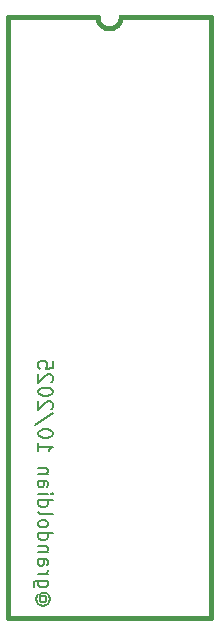
<source format=gbr>
%TF.GenerationSoftware,KiCad,Pcbnew,9.0.3*%
%TF.CreationDate,2025-10-30T22:20:45+00:00*%
%TF.ProjectId,TMSAdapterTC01,544d5341-6461-4707-9465-72544330312e,rev?*%
%TF.SameCoordinates,Original*%
%TF.FileFunction,Legend,Bot*%
%TF.FilePolarity,Positive*%
%FSLAX46Y46*%
G04 Gerber Fmt 4.6, Leading zero omitted, Abs format (unit mm)*
G04 Created by KiCad (PCBNEW 9.0.3) date 2025-10-30 22:20:45*
%MOMM*%
%LPD*%
G01*
G04 APERTURE LIST*
%ADD10C,0.200000*%
%ADD11C,0.400000*%
G04 APERTURE END LIST*
D10*
X47278685Y-91129850D02*
X47335828Y-91186993D01*
X47335828Y-91186993D02*
X47392971Y-91301279D01*
X47392971Y-91301279D02*
X47392971Y-91415564D01*
X47392971Y-91415564D02*
X47335828Y-91529850D01*
X47335828Y-91529850D02*
X47278685Y-91586993D01*
X47278685Y-91586993D02*
X47164400Y-91644136D01*
X47164400Y-91644136D02*
X47050114Y-91644136D01*
X47050114Y-91644136D02*
X46935828Y-91586993D01*
X46935828Y-91586993D02*
X46878685Y-91529850D01*
X46878685Y-91529850D02*
X46821542Y-91415564D01*
X46821542Y-91415564D02*
X46821542Y-91301279D01*
X46821542Y-91301279D02*
X46878685Y-91186993D01*
X46878685Y-91186993D02*
X46935828Y-91129850D01*
X47392971Y-91129850D02*
X46935828Y-91129850D01*
X46935828Y-91129850D02*
X46878685Y-91072707D01*
X46878685Y-91072707D02*
X46878685Y-91015564D01*
X46878685Y-91015564D02*
X46935828Y-90901279D01*
X46935828Y-90901279D02*
X47050114Y-90844136D01*
X47050114Y-90844136D02*
X47335828Y-90844136D01*
X47335828Y-90844136D02*
X47507257Y-90958422D01*
X47507257Y-90958422D02*
X47621542Y-91129850D01*
X47621542Y-91129850D02*
X47678685Y-91358422D01*
X47678685Y-91358422D02*
X47621542Y-91586993D01*
X47621542Y-91586993D02*
X47507257Y-91758422D01*
X47507257Y-91758422D02*
X47335828Y-91872707D01*
X47335828Y-91872707D02*
X47107257Y-91929850D01*
X47107257Y-91929850D02*
X46878685Y-91872707D01*
X46878685Y-91872707D02*
X46707257Y-91758422D01*
X46707257Y-91758422D02*
X46592971Y-91586993D01*
X46592971Y-91586993D02*
X46535828Y-91358422D01*
X46535828Y-91358422D02*
X46592971Y-91129850D01*
X46592971Y-91129850D02*
X46707257Y-90958422D01*
X47507257Y-89815565D02*
X46535828Y-89815565D01*
X46535828Y-89815565D02*
X46421542Y-89872707D01*
X46421542Y-89872707D02*
X46364400Y-89929850D01*
X46364400Y-89929850D02*
X46307257Y-90044136D01*
X46307257Y-90044136D02*
X46307257Y-90215565D01*
X46307257Y-90215565D02*
X46364400Y-90329850D01*
X46764400Y-89815565D02*
X46707257Y-89929850D01*
X46707257Y-89929850D02*
X46707257Y-90158422D01*
X46707257Y-90158422D02*
X46764400Y-90272707D01*
X46764400Y-90272707D02*
X46821542Y-90329850D01*
X46821542Y-90329850D02*
X46935828Y-90386993D01*
X46935828Y-90386993D02*
X47278685Y-90386993D01*
X47278685Y-90386993D02*
X47392971Y-90329850D01*
X47392971Y-90329850D02*
X47450114Y-90272707D01*
X47450114Y-90272707D02*
X47507257Y-90158422D01*
X47507257Y-90158422D02*
X47507257Y-89929850D01*
X47507257Y-89929850D02*
X47450114Y-89815565D01*
X46707257Y-89244136D02*
X47507257Y-89244136D01*
X47278685Y-89244136D02*
X47392971Y-89186993D01*
X47392971Y-89186993D02*
X47450114Y-89129851D01*
X47450114Y-89129851D02*
X47507257Y-89015565D01*
X47507257Y-89015565D02*
X47507257Y-88901279D01*
X46707257Y-87986994D02*
X47335828Y-87986994D01*
X47335828Y-87986994D02*
X47450114Y-88044136D01*
X47450114Y-88044136D02*
X47507257Y-88158422D01*
X47507257Y-88158422D02*
X47507257Y-88386994D01*
X47507257Y-88386994D02*
X47450114Y-88501279D01*
X46764400Y-87986994D02*
X46707257Y-88101279D01*
X46707257Y-88101279D02*
X46707257Y-88386994D01*
X46707257Y-88386994D02*
X46764400Y-88501279D01*
X46764400Y-88501279D02*
X46878685Y-88558422D01*
X46878685Y-88558422D02*
X46992971Y-88558422D01*
X46992971Y-88558422D02*
X47107257Y-88501279D01*
X47107257Y-88501279D02*
X47164400Y-88386994D01*
X47164400Y-88386994D02*
X47164400Y-88101279D01*
X47164400Y-88101279D02*
X47221542Y-87986994D01*
X47507257Y-87415565D02*
X46707257Y-87415565D01*
X47392971Y-87415565D02*
X47450114Y-87358422D01*
X47450114Y-87358422D02*
X47507257Y-87244137D01*
X47507257Y-87244137D02*
X47507257Y-87072708D01*
X47507257Y-87072708D02*
X47450114Y-86958422D01*
X47450114Y-86958422D02*
X47335828Y-86901280D01*
X47335828Y-86901280D02*
X46707257Y-86901280D01*
X46707257Y-85815566D02*
X47907257Y-85815566D01*
X46764400Y-85815566D02*
X46707257Y-85929851D01*
X46707257Y-85929851D02*
X46707257Y-86158423D01*
X46707257Y-86158423D02*
X46764400Y-86272708D01*
X46764400Y-86272708D02*
X46821542Y-86329851D01*
X46821542Y-86329851D02*
X46935828Y-86386994D01*
X46935828Y-86386994D02*
X47278685Y-86386994D01*
X47278685Y-86386994D02*
X47392971Y-86329851D01*
X47392971Y-86329851D02*
X47450114Y-86272708D01*
X47450114Y-86272708D02*
X47507257Y-86158423D01*
X47507257Y-86158423D02*
X47507257Y-85929851D01*
X47507257Y-85929851D02*
X47450114Y-85815566D01*
X46707257Y-85072709D02*
X46764400Y-85186994D01*
X46764400Y-85186994D02*
X46821542Y-85244137D01*
X46821542Y-85244137D02*
X46935828Y-85301280D01*
X46935828Y-85301280D02*
X47278685Y-85301280D01*
X47278685Y-85301280D02*
X47392971Y-85244137D01*
X47392971Y-85244137D02*
X47450114Y-85186994D01*
X47450114Y-85186994D02*
X47507257Y-85072709D01*
X47507257Y-85072709D02*
X47507257Y-84901280D01*
X47507257Y-84901280D02*
X47450114Y-84786994D01*
X47450114Y-84786994D02*
X47392971Y-84729852D01*
X47392971Y-84729852D02*
X47278685Y-84672709D01*
X47278685Y-84672709D02*
X46935828Y-84672709D01*
X46935828Y-84672709D02*
X46821542Y-84729852D01*
X46821542Y-84729852D02*
X46764400Y-84786994D01*
X46764400Y-84786994D02*
X46707257Y-84901280D01*
X46707257Y-84901280D02*
X46707257Y-85072709D01*
X46707257Y-83986995D02*
X46764400Y-84101280D01*
X46764400Y-84101280D02*
X46878685Y-84158423D01*
X46878685Y-84158423D02*
X47907257Y-84158423D01*
X46707257Y-83015567D02*
X47907257Y-83015567D01*
X46764400Y-83015567D02*
X46707257Y-83129852D01*
X46707257Y-83129852D02*
X46707257Y-83358424D01*
X46707257Y-83358424D02*
X46764400Y-83472709D01*
X46764400Y-83472709D02*
X46821542Y-83529852D01*
X46821542Y-83529852D02*
X46935828Y-83586995D01*
X46935828Y-83586995D02*
X47278685Y-83586995D01*
X47278685Y-83586995D02*
X47392971Y-83529852D01*
X47392971Y-83529852D02*
X47450114Y-83472709D01*
X47450114Y-83472709D02*
X47507257Y-83358424D01*
X47507257Y-83358424D02*
X47507257Y-83129852D01*
X47507257Y-83129852D02*
X47450114Y-83015567D01*
X46707257Y-82444138D02*
X47507257Y-82444138D01*
X47907257Y-82444138D02*
X47850114Y-82501281D01*
X47850114Y-82501281D02*
X47792971Y-82444138D01*
X47792971Y-82444138D02*
X47850114Y-82386995D01*
X47850114Y-82386995D02*
X47907257Y-82444138D01*
X47907257Y-82444138D02*
X47792971Y-82444138D01*
X46707257Y-81358424D02*
X47335828Y-81358424D01*
X47335828Y-81358424D02*
X47450114Y-81415566D01*
X47450114Y-81415566D02*
X47507257Y-81529852D01*
X47507257Y-81529852D02*
X47507257Y-81758424D01*
X47507257Y-81758424D02*
X47450114Y-81872709D01*
X46764400Y-81358424D02*
X46707257Y-81472709D01*
X46707257Y-81472709D02*
X46707257Y-81758424D01*
X46707257Y-81758424D02*
X46764400Y-81872709D01*
X46764400Y-81872709D02*
X46878685Y-81929852D01*
X46878685Y-81929852D02*
X46992971Y-81929852D01*
X46992971Y-81929852D02*
X47107257Y-81872709D01*
X47107257Y-81872709D02*
X47164400Y-81758424D01*
X47164400Y-81758424D02*
X47164400Y-81472709D01*
X47164400Y-81472709D02*
X47221542Y-81358424D01*
X47507257Y-80786995D02*
X46707257Y-80786995D01*
X47392971Y-80786995D02*
X47450114Y-80729852D01*
X47450114Y-80729852D02*
X47507257Y-80615567D01*
X47507257Y-80615567D02*
X47507257Y-80444138D01*
X47507257Y-80444138D02*
X47450114Y-80329852D01*
X47450114Y-80329852D02*
X47335828Y-80272710D01*
X47335828Y-80272710D02*
X46707257Y-80272710D01*
X46707257Y-78158424D02*
X46707257Y-78844138D01*
X46707257Y-78501281D02*
X47907257Y-78501281D01*
X47907257Y-78501281D02*
X47735828Y-78615567D01*
X47735828Y-78615567D02*
X47621542Y-78729852D01*
X47621542Y-78729852D02*
X47564400Y-78844138D01*
X47907257Y-77415567D02*
X47907257Y-77301281D01*
X47907257Y-77301281D02*
X47850114Y-77186995D01*
X47850114Y-77186995D02*
X47792971Y-77129853D01*
X47792971Y-77129853D02*
X47678685Y-77072710D01*
X47678685Y-77072710D02*
X47450114Y-77015567D01*
X47450114Y-77015567D02*
X47164400Y-77015567D01*
X47164400Y-77015567D02*
X46935828Y-77072710D01*
X46935828Y-77072710D02*
X46821542Y-77129853D01*
X46821542Y-77129853D02*
X46764400Y-77186995D01*
X46764400Y-77186995D02*
X46707257Y-77301281D01*
X46707257Y-77301281D02*
X46707257Y-77415567D01*
X46707257Y-77415567D02*
X46764400Y-77529853D01*
X46764400Y-77529853D02*
X46821542Y-77586995D01*
X46821542Y-77586995D02*
X46935828Y-77644138D01*
X46935828Y-77644138D02*
X47164400Y-77701281D01*
X47164400Y-77701281D02*
X47450114Y-77701281D01*
X47450114Y-77701281D02*
X47678685Y-77644138D01*
X47678685Y-77644138D02*
X47792971Y-77586995D01*
X47792971Y-77586995D02*
X47850114Y-77529853D01*
X47850114Y-77529853D02*
X47907257Y-77415567D01*
X47964400Y-75644138D02*
X46421542Y-76672710D01*
X47792971Y-75301281D02*
X47850114Y-75244138D01*
X47850114Y-75244138D02*
X47907257Y-75129853D01*
X47907257Y-75129853D02*
X47907257Y-74844138D01*
X47907257Y-74844138D02*
X47850114Y-74729853D01*
X47850114Y-74729853D02*
X47792971Y-74672710D01*
X47792971Y-74672710D02*
X47678685Y-74615567D01*
X47678685Y-74615567D02*
X47564400Y-74615567D01*
X47564400Y-74615567D02*
X47392971Y-74672710D01*
X47392971Y-74672710D02*
X46707257Y-75358424D01*
X46707257Y-75358424D02*
X46707257Y-74615567D01*
X47907257Y-73872710D02*
X47907257Y-73758424D01*
X47907257Y-73758424D02*
X47850114Y-73644138D01*
X47850114Y-73644138D02*
X47792971Y-73586996D01*
X47792971Y-73586996D02*
X47678685Y-73529853D01*
X47678685Y-73529853D02*
X47450114Y-73472710D01*
X47450114Y-73472710D02*
X47164400Y-73472710D01*
X47164400Y-73472710D02*
X46935828Y-73529853D01*
X46935828Y-73529853D02*
X46821542Y-73586996D01*
X46821542Y-73586996D02*
X46764400Y-73644138D01*
X46764400Y-73644138D02*
X46707257Y-73758424D01*
X46707257Y-73758424D02*
X46707257Y-73872710D01*
X46707257Y-73872710D02*
X46764400Y-73986996D01*
X46764400Y-73986996D02*
X46821542Y-74044138D01*
X46821542Y-74044138D02*
X46935828Y-74101281D01*
X46935828Y-74101281D02*
X47164400Y-74158424D01*
X47164400Y-74158424D02*
X47450114Y-74158424D01*
X47450114Y-74158424D02*
X47678685Y-74101281D01*
X47678685Y-74101281D02*
X47792971Y-74044138D01*
X47792971Y-74044138D02*
X47850114Y-73986996D01*
X47850114Y-73986996D02*
X47907257Y-73872710D01*
X47792971Y-73015567D02*
X47850114Y-72958424D01*
X47850114Y-72958424D02*
X47907257Y-72844139D01*
X47907257Y-72844139D02*
X47907257Y-72558424D01*
X47907257Y-72558424D02*
X47850114Y-72444139D01*
X47850114Y-72444139D02*
X47792971Y-72386996D01*
X47792971Y-72386996D02*
X47678685Y-72329853D01*
X47678685Y-72329853D02*
X47564400Y-72329853D01*
X47564400Y-72329853D02*
X47392971Y-72386996D01*
X47392971Y-72386996D02*
X46707257Y-73072710D01*
X46707257Y-73072710D02*
X46707257Y-72329853D01*
X47907257Y-71244139D02*
X47907257Y-71815567D01*
X47907257Y-71815567D02*
X47335828Y-71872710D01*
X47335828Y-71872710D02*
X47392971Y-71815567D01*
X47392971Y-71815567D02*
X47450114Y-71701282D01*
X47450114Y-71701282D02*
X47450114Y-71415567D01*
X47450114Y-71415567D02*
X47392971Y-71301282D01*
X47392971Y-71301282D02*
X47335828Y-71244139D01*
X47335828Y-71244139D02*
X47221542Y-71186996D01*
X47221542Y-71186996D02*
X46935828Y-71186996D01*
X46935828Y-71186996D02*
X46821542Y-71244139D01*
X46821542Y-71244139D02*
X46764400Y-71301282D01*
X46764400Y-71301282D02*
X46707257Y-71415567D01*
X46707257Y-71415567D02*
X46707257Y-71701282D01*
X46707257Y-71701282D02*
X46764400Y-71815567D01*
X46764400Y-71815567D02*
X46821542Y-71872710D01*
D11*
%TO.C,J150*%
X44100000Y-42100000D02*
X44100000Y-93020000D01*
X44100000Y-93020000D02*
X61360000Y-93020000D01*
X51730000Y-42100000D02*
X44100000Y-42100000D01*
X61360000Y-42100000D02*
X53730000Y-42100000D01*
X61360000Y-93020000D02*
X61360000Y-42100000D01*
X53730000Y-42100000D02*
G75*
G02*
X51730000Y-42100000I-1000000J0D01*
G01*
%TD*%
M02*

</source>
